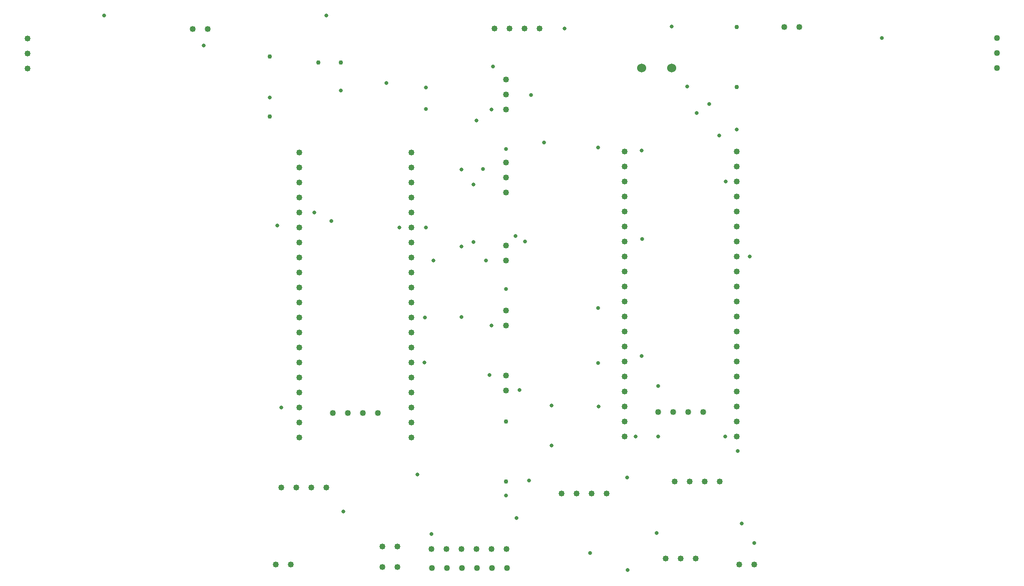
<source format=gbr>
G04 PROTEUS GERBER X2 FILE*
%TF.GenerationSoftware,Labcenter,Proteus,8.11-SP0-Build30052*%
%TF.CreationDate,2024-03-04T06:39:40+00:00*%
%TF.FileFunction,Plated,1,2,PTH*%
%TF.FilePolarity,Positive*%
%TF.Part,Single*%
%TF.SameCoordinates,{347c642e-2b0e-48e9-919d-a538f2e8b90d}*%
%FSLAX45Y45*%
%MOMM*%
G01*
%TA.AperFunction,ViaDrill*%
%ADD40C,0.635000*%
%TA.AperFunction,ComponentDrill*%
%ADD41C,1.016000*%
%TA.AperFunction,ComponentDrill*%
%ADD42C,0.762000*%
%ADD43C,1.524000*%
%TD.AperFunction*%
D40*
X+13198409Y+762813D03*
X+11818801Y+3016708D03*
X+10443959Y+492331D03*
X+13200000Y+6634091D03*
X+13361479Y+5161639D03*
X+15388591Y+1763672D03*
X+16906622Y+1763672D03*
X+12918379Y+2804414D03*
X+11970000Y+4740000D03*
X+14756000Y+6660000D03*
X+10402281Y+7620267D03*
X+9199886Y+7504373D03*
X+11393814Y+5301101D03*
X+10240000Y+5414000D03*
X+12440000Y+6282364D03*
X+12440000Y+4979801D03*
X+12445698Y+3785212D03*
X+11824416Y+3780708D03*
X+12978000Y+8030000D03*
X+11176000Y+7747000D03*
X+9330000Y+5340000D03*
X+12954050Y+7300088D03*
X+14756000Y+3007834D03*
X+14757594Y+3940602D03*
X+16637000Y+7390000D03*
X+11841436Y+5300014D03*
X+12861414Y+4743939D03*
X+12649857Y+5059402D03*
X+12650000Y+6029089D03*
X+17320828Y+4808669D03*
X+13589000Y+1016000D03*
X+8078593Y+8385968D03*
X+15996042Y+8702291D03*
X+12700000Y+7112000D03*
X+15770486Y+1760168D03*
X+14615304Y-206851D03*
X+15253812Y-500000D03*
X+15497436Y+5108609D03*
X+15494000Y+3130000D03*
X+13620000Y+7550000D03*
X+16260000Y+7690000D03*
X+16800000Y+6859973D03*
X+17101448Y+6958620D03*
X+15494000Y+6604000D03*
X+9953834Y+5553289D03*
X+12806202Y+6297175D03*
X+16420000Y+7239000D03*
X+13840000Y+6740000D03*
X+13200000Y+4259861D03*
X+12947667Y+3646419D03*
X+13421801Y+2548889D03*
X+13970000Y+2286000D03*
X+13970000Y+1610000D03*
X+17120000Y+1520000D03*
X+14758784Y+2271216D03*
X+9395334Y+2251958D03*
X+17399855Y-37805D03*
X+11843007Y+7670000D03*
X+11843007Y+7313007D03*
X+6395575Y+8892378D03*
X+14187224Y+8670000D03*
X+10160000Y+8890000D03*
X+13519946Y+5068823D03*
X+19553644Y+8512267D03*
X+15770382Y+2622028D03*
X+16916549Y+6078591D03*
X+17180000Y+290000D03*
X+13370000Y+380003D03*
X+11694000Y+1120508D03*
X+15244133Y+1072618D03*
X+11934000Y+110000D03*
X+15748000Y+127000D03*
D41*
X+9700000Y+6570000D03*
X+9700000Y+6316000D03*
X+9700000Y+6062000D03*
X+9700000Y+5808000D03*
X+9700000Y+5554000D03*
X+9700000Y+5300000D03*
X+9700000Y+5046000D03*
X+9700000Y+4792000D03*
X+9700000Y+4538000D03*
X+9700000Y+4284000D03*
X+9700000Y+4030000D03*
X+9700000Y+3776000D03*
X+9700000Y+3522000D03*
X+9700000Y+3268000D03*
X+9700000Y+3014000D03*
X+9700000Y+2760000D03*
X+9700000Y+2506000D03*
X+9700000Y+2252000D03*
X+9700000Y+1998000D03*
X+9700000Y+1744000D03*
X+11600000Y+1744000D03*
X+11600000Y+1998000D03*
X+11600000Y+2252000D03*
X+11600000Y+2506000D03*
X+11600000Y+2760000D03*
X+11600000Y+3014000D03*
X+11600000Y+3268000D03*
X+11600000Y+3522000D03*
X+11600000Y+3776000D03*
X+11600000Y+4030000D03*
X+11600000Y+4284000D03*
X+11600000Y+4538000D03*
X+11600000Y+4792000D03*
X+11600000Y+5046000D03*
X+11600000Y+5300000D03*
X+11600000Y+5554000D03*
X+11600000Y+5808000D03*
X+11600000Y+6062000D03*
X+11600000Y+6316000D03*
X+11600000Y+6570000D03*
X+10270000Y+2160000D03*
X+10524000Y+2160000D03*
X+10778000Y+2160000D03*
X+11032000Y+2160000D03*
X+15200000Y+6586000D03*
X+15200000Y+6332000D03*
X+15200000Y+6078000D03*
X+15200000Y+5824000D03*
X+15200000Y+5570000D03*
X+15200000Y+5316000D03*
X+15200000Y+5062000D03*
X+15200000Y+4808000D03*
X+15200000Y+4554000D03*
X+15200000Y+4300000D03*
X+15200000Y+4046000D03*
X+15200000Y+3792000D03*
X+15200000Y+3538000D03*
X+15200000Y+3284000D03*
X+15200000Y+3030000D03*
X+15200000Y+2776000D03*
X+15200000Y+2522000D03*
X+15200000Y+2268000D03*
X+15200000Y+2014000D03*
X+15200000Y+1760000D03*
X+17100000Y+1760000D03*
X+17100000Y+2014000D03*
X+17100000Y+2268000D03*
X+17100000Y+2522000D03*
X+17100000Y+2776000D03*
X+17100000Y+3030000D03*
X+17100000Y+3284000D03*
X+17100000Y+3538000D03*
X+17100000Y+3792000D03*
X+17100000Y+4046000D03*
X+17100000Y+4300000D03*
X+17100000Y+4554000D03*
X+17100000Y+4808000D03*
X+17100000Y+5062000D03*
X+17100000Y+5316000D03*
X+17100000Y+5570000D03*
X+17100000Y+5824000D03*
X+17100000Y+6078000D03*
X+17100000Y+6332000D03*
X+17100000Y+6586000D03*
X+15770000Y+2176000D03*
X+16024000Y+2176000D03*
X+16278000Y+2176000D03*
X+16532000Y+2176000D03*
X+12998000Y+8670000D03*
X+13252000Y+8670000D03*
X+13506000Y+8670000D03*
X+13760000Y+8670000D03*
X+5100000Y+7992000D03*
X+5100000Y+8246000D03*
X+5100000Y+8500000D03*
X+21500000Y+8508000D03*
X+21500000Y+8254000D03*
X+21500000Y+8000000D03*
X+7900000Y+8660000D03*
X+8154000Y+8660000D03*
X+18154000Y+8700000D03*
X+17900000Y+8700000D03*
D42*
X+17100000Y+7684000D03*
X+17100000Y+8700000D03*
D43*
X+16000000Y+8000000D03*
X+15492000Y+8000000D03*
D41*
X+17400000Y-400000D03*
X+17146000Y-400000D03*
X+9554000Y-400000D03*
X+9300000Y-400000D03*
D42*
X+13200000Y+1000000D03*
X+13200000Y+2016000D03*
D41*
X+10154000Y+900000D03*
X+9900000Y+900000D03*
X+9646000Y+900000D03*
X+9392000Y+900000D03*
X+16814000Y+1000000D03*
X+16560000Y+1000000D03*
X+16306000Y+1000000D03*
X+16052000Y+1000000D03*
X+11936000Y-140000D03*
X+12190000Y-140000D03*
X+12444000Y-140000D03*
X+12698000Y-140000D03*
X+12952000Y-140000D03*
X+13206000Y-140000D03*
D42*
X+10019000Y+8100000D03*
X+10400000Y+8100000D03*
D41*
X+11106000Y-100000D03*
X+11360000Y-100000D03*
D42*
X+9200000Y+8200000D03*
X+9200000Y+7184000D03*
D41*
X+13200000Y+2546000D03*
X+13200000Y+2800000D03*
X+13200000Y+3646000D03*
X+13200000Y+3900000D03*
X+13200000Y+4746000D03*
X+13200000Y+5000000D03*
X+13200000Y+5892000D03*
X+13200000Y+6146000D03*
X+13200000Y+6400000D03*
X+13200000Y+7300000D03*
X+13200000Y+7554000D03*
X+13200000Y+7808000D03*
X+15896000Y-300000D03*
X+16150000Y-300000D03*
X+16404000Y-300000D03*
X+14900000Y+800000D03*
X+14646000Y+800000D03*
X+14392000Y+800000D03*
X+14138000Y+800000D03*
X+11946000Y-460000D03*
X+12200000Y-460000D03*
X+12454000Y-460000D03*
X+12708000Y-460000D03*
X+12962000Y-460000D03*
X+13216000Y-460000D03*
X+11106000Y-450000D03*
X+11360000Y-450000D03*
M02*

</source>
